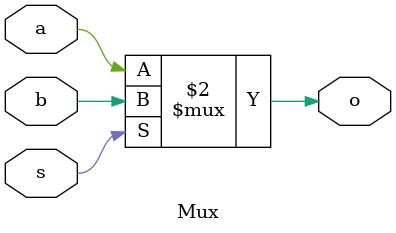
<source format=v>
module Mux(
    input a,
    input b,
    input s,
    output o
    );
    //assign #30 o = (~s & a) | (s & b);
    assign #30 o = ~s ? a : b;
endmodule
</source>
